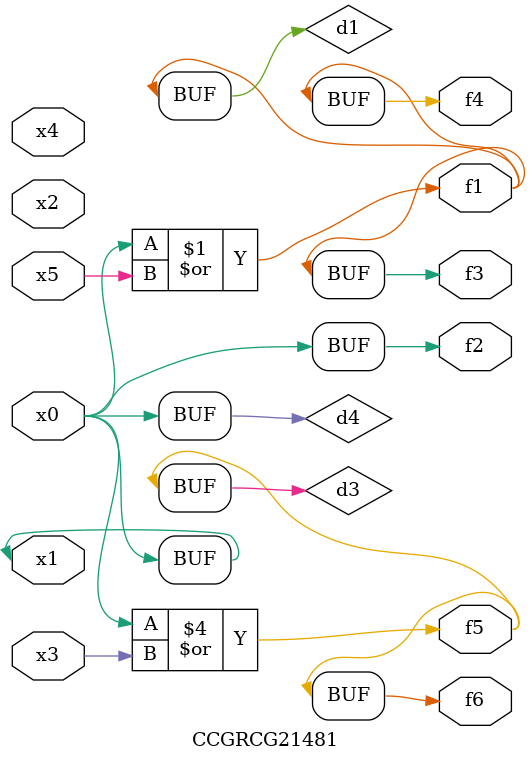
<source format=v>
module CCGRCG21481(
	input x0, x1, x2, x3, x4, x5,
	output f1, f2, f3, f4, f5, f6
);

	wire d1, d2, d3, d4;

	or (d1, x0, x5);
	xnor (d2, x1, x4);
	or (d3, x0, x3);
	buf (d4, x0, x1);
	assign f1 = d1;
	assign f2 = d4;
	assign f3 = d1;
	assign f4 = d1;
	assign f5 = d3;
	assign f6 = d3;
endmodule

</source>
